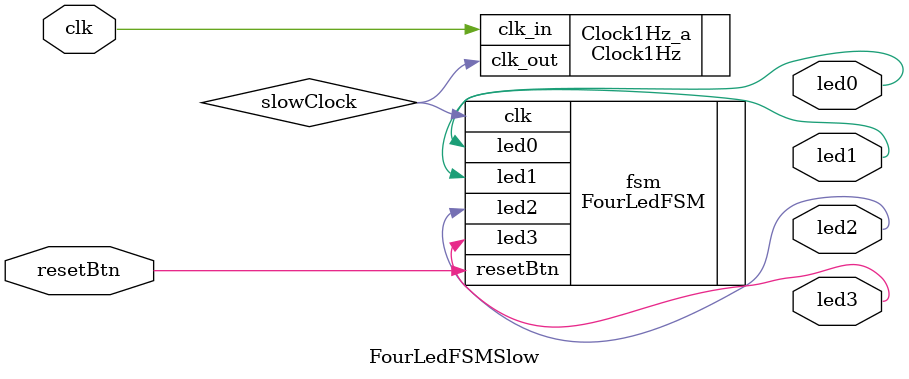
<source format=sv>
`timescale 1ns / 1ps

module FourLedFSMSlow(
    input logic clk,
    input logic resetBtn,
    output logic led0,
    output logic led1,
    output logic led2,
    output logic led3
);
    logic slowClock;
    
    Clock1Hz Clock1Hz_a(
        .clk_in(clk),
        .clk_out(slowClock)
    ); 

    FourLedFSM fsm(
        .clk(slowClock),
        .resetBtn(resetBtn),
        .led0(led0),
        .led1(led1),
        .led2(led2),
        .led3(led3)
    );
    
endmodule

</source>
